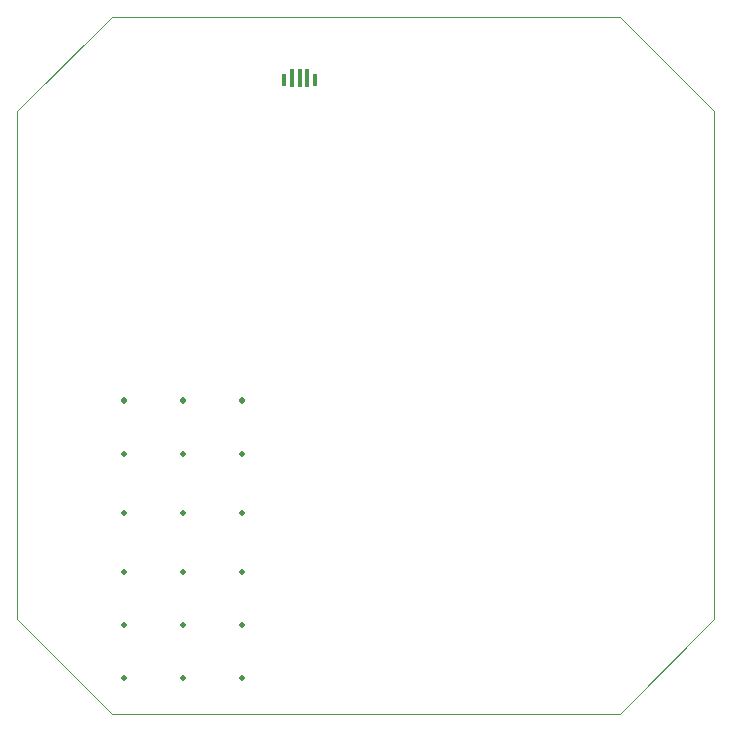
<source format=gbp>
G75*
%MOIN*%
%OFA0B0*%
%FSLAX24Y24*%
%IPPOS*%
%LPD*%
%AMOC8*
5,1,8,0,0,1.08239X$1,22.5*
%
%ADD10C,0.0000*%
%ADD11C,0.0191*%
%ADD12R,0.0138X0.0433*%
%ADD13R,0.0138X0.0591*%
D10*
X001579Y003519D02*
X001579Y020448D01*
X004728Y023597D01*
X021657Y023597D01*
X024807Y020448D01*
X024807Y003519D01*
X021657Y000369D01*
X004728Y000369D01*
X001579Y003519D01*
D11*
X005119Y003325D02*
X005125Y003325D01*
X005125Y003319D01*
X005119Y003319D01*
X005119Y003325D01*
X005119Y001553D02*
X005125Y001553D01*
X005125Y001547D01*
X005119Y001547D01*
X005119Y001553D01*
X007087Y001553D02*
X007093Y001553D01*
X007093Y001547D01*
X007087Y001547D01*
X007087Y001553D01*
X007087Y003325D02*
X007093Y003325D01*
X007093Y003319D01*
X007087Y003319D01*
X007087Y003325D01*
X007087Y005096D02*
X007093Y005096D01*
X007093Y005090D01*
X007087Y005090D01*
X007087Y005096D01*
X005125Y005096D02*
X005119Y005096D01*
X005125Y005096D02*
X005125Y005090D01*
X005119Y005090D01*
X005119Y005096D01*
X005119Y007065D02*
X005125Y007065D01*
X005125Y007059D01*
X005119Y007059D01*
X005119Y007065D01*
X007087Y007065D02*
X007093Y007065D01*
X007093Y007059D01*
X007087Y007059D01*
X007087Y007065D01*
X009056Y007065D02*
X009062Y007065D01*
X009062Y007059D01*
X009056Y007059D01*
X009056Y007065D01*
X009056Y005096D02*
X009062Y005096D01*
X009062Y005090D01*
X009056Y005090D01*
X009056Y005096D01*
X009056Y003325D02*
X009062Y003325D01*
X009062Y003319D01*
X009056Y003319D01*
X009056Y003325D01*
X009056Y001553D02*
X009062Y001553D01*
X009062Y001547D01*
X009056Y001547D01*
X009056Y001553D01*
X009056Y009033D02*
X009062Y009033D01*
X009062Y009027D01*
X009056Y009027D01*
X009056Y009033D01*
X009056Y010805D02*
X009062Y010805D01*
X009062Y010799D01*
X009056Y010799D01*
X009056Y010805D01*
X007093Y010805D02*
X007087Y010805D01*
X007093Y010805D02*
X007093Y010799D01*
X007087Y010799D01*
X007087Y010805D01*
X007087Y009033D02*
X007093Y009033D01*
X007093Y009027D01*
X007087Y009027D01*
X007087Y009033D01*
X005125Y009033D02*
X005119Y009033D01*
X005125Y009033D02*
X005125Y009027D01*
X005119Y009027D01*
X005119Y009033D01*
X005119Y010805D02*
X005125Y010805D01*
X005125Y010799D01*
X005119Y010799D01*
X005119Y010805D01*
D12*
X010477Y021473D03*
X011501Y021473D03*
D13*
X011245Y021552D03*
X010989Y021552D03*
X010733Y021552D03*
M02*

</source>
